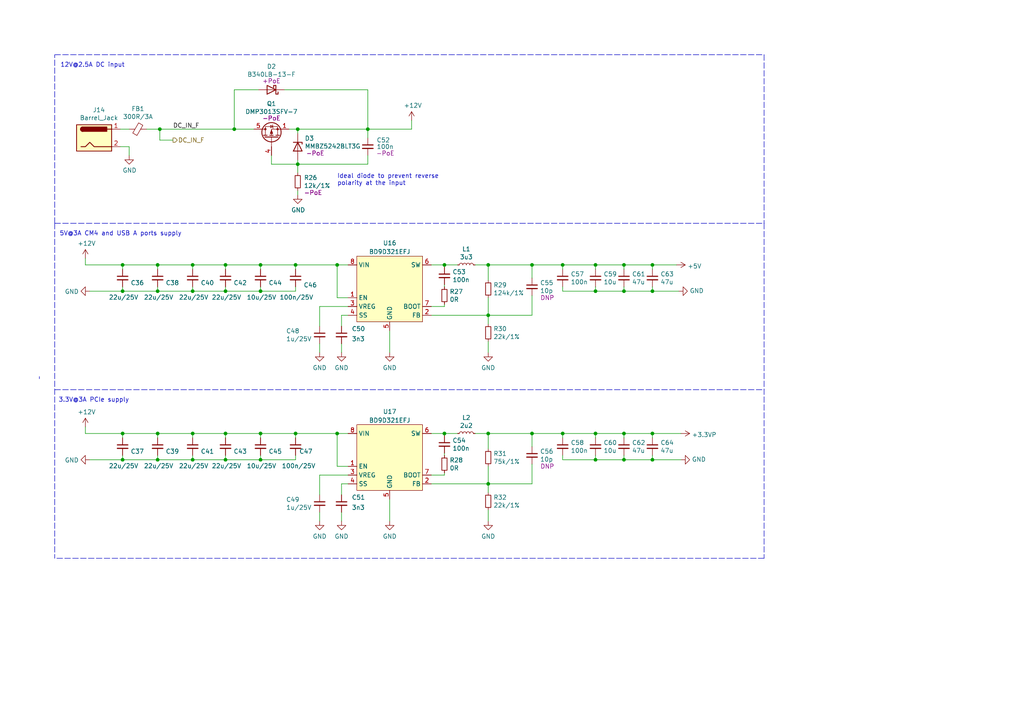
<source format=kicad_sch>
(kicad_sch (version 20210406) (generator eeschema)
  (paper "A4")
  (title_block (title "Power") (date "2021-01-12") (rev "0.1") (company "Nabu Casa") (comment 1 "www.nabucasa.com") (comment 2 "Light Blue"))
  (lib_symbols
    (symbol "Connector:Barrel_Jack" (pin_names (offset 1.016))
      (property "Reference" "J" (at 0 5.334 0))
      (property "Value" "Barrel_Jack" (at 0 -5.08 0))
      (symbol "Barrel_Jack_0_1"
        (arc (start -3.302 3.175) (end -3.302 1.905) (radius (at -3.302 2.54) (length 0.635) (angles 90.1 -90.1)) (stroke (width 0.254)))
        (arc (start -3.302 3.175) (end -3.302 1.905) (radius (at -3.302 2.54) (length 0.635) (angles 90.1 -90.1)) (stroke (width 0.254)) (fill (type outline)))
        (rectangle (start 3.683 3.175) (end -3.302 1.905) (stroke (width 0.254)) (fill (type outline)))
        (rectangle (start -5.08 3.81) (end 5.08 -3.81) (stroke (width 0.254)) (fill (type background)))
        (polyline (pts (xy 5.08 2.54) (xy 3.81 2.54)) (stroke (width 0.254)))
        (polyline (pts (xy -3.81 -2.54) (xy -2.54 -2.54) (xy -1.27 -1.27) (xy 0 -2.54) (xy 2.54 -2.54) (xy 5.08 -2.54)) (stroke (width 0.254)))
      )
      (symbol "Barrel_Jack_1_1"
        (pin passive line (at 7.62 2.54 180) (length 2.54) (name "~") (number "1"))
        (pin passive line (at 7.62 -2.54 180) (length 2.54) (name "~") (number "2"))
      )
    )
    (symbol "Device:C_Small" (pin_numbers hide) (pin_names (offset 0.254) hide)
      (property "Reference" "C" (at 0.254 1.778 0))
      (property "Value" "C_Small" (at 0.254 -2.032 0))
      (symbol "C_Small_0_1"
        (polyline (pts (xy -1.524 -0.508) (xy 1.524 -0.508)) (stroke (width 0.3302)))
        (polyline (pts (xy -1.524 0.508) (xy 1.524 0.508)) (stroke (width 0.3048)))
      )
      (symbol "C_Small_1_1"
        (pin passive line (at 0 2.54 270) (length 2.032) (name "~") (number "1"))
        (pin passive line (at 0 -2.54 90) (length 2.032) (name "~") (number "2"))
      )
    )
    (symbol "Device:D_Schottky" (pin_numbers hide) (pin_names (offset 1.016) hide)
      (property "Reference" "D" (at 0 2.54 0))
      (property "Value" "D_Schottky" (at 0 -2.54 0))
      (symbol "D_Schottky_0_1"
        (polyline (pts (xy 1.27 0) (xy -1.27 0)))
        (polyline (pts (xy 1.27 1.27) (xy 1.27 -1.27) (xy -1.27 0) (xy 1.27 1.27)) (stroke (width 0.254)))
        (polyline (pts (xy -1.905 0.635) (xy -1.905 1.27) (xy -1.27 1.27) (xy -1.27 -1.27) (xy -0.635 -1.27) (xy -0.635 -0.635)) (stroke (width 0.254)))
      )
      (symbol "D_Schottky_1_1"
        (pin passive line (at -3.81 0 0) (length 2.54) (name "K") (number "1"))
        (pin passive line (at 3.81 0 180) (length 2.54) (name "A") (number "2"))
      )
    )
    (symbol "Device:Ferrite_Bead_Small" (pin_numbers hide) (pin_names (offset 0))
      (property "Reference" "FB" (at 1.905 1.27 0))
      (property "Value" "Ferrite_Bead_Small" (at 1.905 -1.27 0))
      (symbol "Ferrite_Bead_Small_0_1"
        (polyline (pts (xy 0 -1.27) (xy 0 -0.7874)))
        (polyline (pts (xy 0 0.889) (xy 0 1.2954)))
        (polyline (pts (xy -1.8288 0.2794) (xy -1.1176 1.4986) (xy 1.8288 -0.2032) (xy 1.1176 -1.4224) (xy -1.8288 0.2794)))
      )
      (symbol "Ferrite_Bead_Small_1_1"
        (pin passive line (at 0 2.54 270) (length 1.27) (name "~") (number "1"))
        (pin passive line (at 0 -2.54 90) (length 1.27) (name "~") (number "2"))
      )
    )
    (symbol "Device:L_Small" (pin_numbers hide) (pin_names (offset 0.254) hide)
      (property "Reference" "L" (at 0.762 1.016 0))
      (property "Value" "L_Small" (at 0.762 -1.016 0))
      (symbol "L_Small_0_1"
        (arc (start 0 -2.032) (end 0 -1.016) (radius (at 0 -1.524) (length 0.508) (angles -89.9 89.9)))
        (arc (start 0 -1.016) (end 0 0) (radius (at 0 -0.508) (length 0.508) (angles -89.9 89.9)))
        (arc (start 0 0) (end 0 1.016) (radius (at 0 0.508) (length 0.508) (angles -89.9 89.9)))
        (arc (start 0 1.016) (end 0 2.032) (radius (at 0 1.524) (length 0.508) (angles -89.9 89.9)))
      )
      (symbol "L_Small_1_1"
        (pin passive line (at 0 2.54 270) (length 0.508) (name "~") (number "1"))
        (pin passive line (at 0 -2.54 90) (length 0.508) (name "~") (number "2"))
      )
    )
    (symbol "Device:R_Small" (pin_numbers hide) (pin_names (offset 0.254) hide)
      (property "Reference" "R" (at 0.762 0.508 0))
      (property "Value" "R_Small" (at 0.762 -1.016 0))
      (symbol "R_Small_0_1"
        (rectangle (start -0.762 1.778) (end 0.762 -1.778) (stroke (width 0.2032)))
      )
      (symbol "R_Small_1_1"
        (pin passive line (at 0 2.54 270) (length 0.762) (name "~") (number "1"))
        (pin passive line (at 0 -2.54 90) (length 0.762) (name "~") (number "2"))
      )
    )
    (symbol "Diode:BZX84Cxx" (pin_numbers hide) (pin_names hide)
      (property "Reference" "D" (at 0 2.54 0))
      (property "Value" "BZX84Cxx" (at 0 -2.54 0))
      (symbol "BZX84Cxx_0_1"
        (polyline (pts (xy 1.27 0) (xy -1.27 0)))
        (polyline (pts (xy -1.27 -1.27) (xy -1.27 1.27) (xy -0.762 1.27)) (stroke (width 0.254)))
        (polyline (pts (xy 1.27 -1.27) (xy 1.27 1.27) (xy -1.27 0) (xy 1.27 -1.27)) (stroke (width 0.254)))
      )
      (symbol "BZX84Cxx_1_1"
        (pin passive line (at -3.81 0 0) (length 2.54) (name "K") (number "1"))
        (pin passive line (at 3.81 0 180) (length 2.54) (name "A") (number "2"))
      )
    )
    (symbol "LightBlue:BD9D321EFJ"
      (property "Reference" "U" (at 0 13.335 0))
      (property "Value" "BD9D321EFJ" (at 0 10.795 0))
      (symbol "BD9D321EFJ_0_1"
        (rectangle (start -9.525 9.525) (end 9.525 -9.525) (stroke (width 0.1524)) (fill (type background)))
      )
      (symbol "BD9D321EFJ_1_1"
        (pin input line (at -12.065 -2.54 0) (length 2.54) (name "EN") (number "1"))
        (pin passive line (at 12.065 -7.62 180) (length 2.54) (name "FB") (number "2"))
        (pin power_out line (at -12.065 -5.08 0) (length 2.54) (name "VREG") (number "3"))
        (pin input line (at -12.065 -7.62 0) (length 2.54) (name "SS") (number "4"))
        (pin power_in line (at 0 -12.065 90) (length 2.54) (name "GND") (number "5"))
        (pin power_out line (at 12.065 6.985 180) (length 2.54) (name "SW") (number "6"))
        (pin input line (at 12.065 -5.08 180) (length 2.54) (name "BOOT") (number "7"))
        (pin power_in line (at -12.065 6.985 0) (length 2.54) (name "VIN") (number "8"))
        (pin passive line (at 0 -12.065 90) (length 2.54) hide (name "GND") (number "9"))
      )
    )
    (symbol "LightBlue:BD9D321EFJ_1"
      (property "Reference" "U" (at 0 13.335 0))
      (property "Value" "BD9D321EFJ" (at 0 10.795 0))
      (symbol "BD9D321EFJ_1_0_1"
        (rectangle (start -9.525 9.525) (end 9.525 -9.525) (stroke (width 0.1524)) (fill (type background)))
      )
      (symbol "BD9D321EFJ_1_1_1"
        (pin input line (at -12.065 -2.54 0) (length 2.54) (name "EN") (number "1"))
        (pin passive line (at 12.065 -7.62 180) (length 2.54) (name "FB") (number "2"))
        (pin power_out line (at -12.065 -5.08 0) (length 2.54) (name "VREG") (number "3"))
        (pin input line (at -12.065 -7.62 0) (length 2.54) (name "SS") (number "4"))
        (pin power_in line (at 0 -12.065 90) (length 2.54) (name "GND") (number "5"))
        (pin power_out line (at 12.065 6.985 180) (length 2.54) (name "SW") (number "6"))
        (pin input line (at 12.065 -5.08 180) (length 2.54) (name "BOOT") (number "7"))
        (pin power_in line (at -12.065 6.985 0) (length 2.54) (name "VIN") (number "8"))
        (pin passive line (at 0 -12.065 90) (length 2.54) hide (name "GND") (number "9"))
      )
    )
    (symbol "Transistor_FET:DMP3013SFV" (pin_names hide)
      (property "Reference" "Q" (at 5.08 1.905 0))
      (property "Value" "DMP3013SFV" (at 5.08 0 0))
      (symbol "DMP3013SFV_0_1"
        (circle (center 1.651 0) (radius 2.794) (stroke (width 0.254)))
        (circle (center 2.54 -1.778) (radius 0.254) (fill (type outline)))
        (circle (center 2.54 1.778) (radius 0.254) (fill (type outline)))
        (polyline (pts (xy 0.254 0) (xy -2.54 0)))
        (polyline (pts (xy 0.254 1.905) (xy 0.254 -1.905)) (stroke (width 0.254)))
        (polyline (pts (xy 0.762 -1.27) (xy 0.762 -2.286)) (stroke (width 0.254)))
        (polyline (pts (xy 0.762 0.508) (xy 0.762 -0.508)) (stroke (width 0.254)))
        (polyline (pts (xy 0.762 2.286) (xy 0.762 1.27)) (stroke (width 0.254)))
        (polyline (pts (xy 2.54 2.54) (xy 2.54 1.778)))
        (polyline (pts (xy 2.54 -2.54) (xy 2.54 0) (xy 0.762 0)))
        (polyline (pts (xy 0.762 1.778) (xy 3.302 1.778) (xy 3.302 -1.778) (xy 0.762 -1.778)))
        (polyline (pts (xy 2.794 -0.508) (xy 2.921 -0.381) (xy 3.683 -0.381) (xy 3.81 -0.254)))
        (polyline (pts (xy 3.302 -0.381) (xy 2.921 0.254) (xy 3.683 0.254) (xy 3.302 -0.381)))
        (polyline (pts (xy 2.286 0) (xy 1.27 0.381) (xy 1.27 -0.381) (xy 2.286 0)) (fill (type outline)))
      )
      (symbol "DMP3013SFV_1_1"
        (pin passive line (at 2.54 -5.08 90) (length 2.54) (name "S") (number "1"))
        (pin passive line (at 2.54 -5.08 90) (length 2.54) hide (name "S") (number "2"))
        (pin passive line (at 2.54 -5.08 90) (length 2.54) hide (name "S") (number "3"))
        (pin passive line (at -5.08 0 0) (length 2.54) (name "G") (number "4"))
        (pin passive line (at 2.54 5.08 270) (length 2.54) (name "D") (number "5"))
      )
    )
    (symbol "power:+12V" (power) (pin_names (offset 0))
      (property "Value" "+12V" (at 0 3.556 0))
      (symbol "+12V_0_1"
        (polyline (pts (xy -0.762 1.27) (xy 0 2.54)))
        (polyline (pts (xy 0 0) (xy 0 2.54)))
        (polyline (pts (xy 0 2.54) (xy 0.762 1.27)))
      )
      (symbol "+12V_1_1"
        (pin power_in line (at 0 0 90) (length 0) hide (name "+12V") (number "1"))
      )
    )
    (symbol "power:+3.3VP" (power) (pin_names (offset 0))
      (property "Value" "+3.3VP" (at 0 2.54 0))
      (symbol "+3.3VP_0_0"
        (pin power_in line (at 0 0 90) (length 0) hide (name "+3.3VP") (number "1"))
      )
      (symbol "+3.3VP_0_1"
        (polyline (pts (xy -0.762 1.27) (xy 0 2.54)))
        (polyline (pts (xy 0 0) (xy 0 2.54)))
        (polyline (pts (xy 0 2.54) (xy 0.762 1.27)))
      )
    )
    (symbol "power:+5V" (power) (pin_names (offset 0))
      (property "Value" "+5V" (at 0 3.556 0))
      (symbol "+5V_0_1"
        (polyline (pts (xy -0.762 1.27) (xy 0 2.54)))
        (polyline (pts (xy 0 0) (xy 0 2.54)))
        (polyline (pts (xy 0 2.54) (xy 0.762 1.27)))
      )
      (symbol "+5V_1_1"
        (pin power_in line (at 0 0 90) (length 0) hide (name "+5V") (number "1"))
      )
    )
    (symbol "power:GND" (power) (pin_names (offset 0))
      (property "Value" "GND" (at 0 -3.81 0))
      (symbol "GND_0_1"
        (polyline (pts (xy 0 0) (xy 0 -1.27) (xy 1.27 -1.27) (xy 0 -2.54) (xy -1.27 -1.27) (xy 0 -1.27)))
      )
      (symbol "GND_1_1"
        (pin power_in line (at 0 0 270) (length 0) hide (name "GND") (number "1"))
      )
    )
  )
  (junction (at 35.56 76.835) (diameter 0.9144))
  (junction (at 35.56 84.455) (diameter 0.9144))
  (junction (at 35.56 125.73) (diameter 0.9144))
  (junction (at 35.56 133.35) (diameter 0.9144))
  (junction (at 45.72 76.835) (diameter 0.9144))
  (junction (at 45.72 84.455) (diameter 0.9144))
  (junction (at 45.72 125.73) (diameter 0.9144))
  (junction (at 45.72 133.35) (diameter 0.9144))
  (junction (at 46.355 37.465) (diameter 0.9144))
  (junction (at 55.88 76.835) (diameter 0.9144))
  (junction (at 55.88 84.455) (diameter 0.9144))
  (junction (at 55.88 125.73) (diameter 0.9144))
  (junction (at 55.88 133.35) (diameter 0.9144))
  (junction (at 65.405 76.835) (diameter 0.9144))
  (junction (at 65.405 84.455) (diameter 0.9144))
  (junction (at 65.405 125.73) (diameter 0.9144))
  (junction (at 65.405 133.35) (diameter 0.9144))
  (junction (at 67.945 37.465) (diameter 0.9144))
  (junction (at 75.565 76.835) (diameter 0.9144))
  (junction (at 75.565 84.455) (diameter 0.9144))
  (junction (at 75.565 125.73) (diameter 0.9144))
  (junction (at 75.565 133.35) (diameter 0.9144))
  (junction (at 85.725 76.835) (diameter 0.9144))
  (junction (at 85.725 125.73) (diameter 0.9144))
  (junction (at 86.36 37.465) (diameter 0.9144))
  (junction (at 86.36 47.625) (diameter 0.9144))
  (junction (at 97.79 76.835) (diameter 0.9144))
  (junction (at 97.79 125.73) (diameter 0.9144))
  (junction (at 106.68 37.465) (diameter 0.9144))
  (junction (at 128.905 76.835) (diameter 0.9144))
  (junction (at 128.905 125.73) (diameter 0.9144))
  (junction (at 141.605 76.835) (diameter 0.9144))
  (junction (at 141.605 91.44) (diameter 0.9144))
  (junction (at 141.605 125.73) (diameter 0.9144))
  (junction (at 141.605 140.335) (diameter 0.9144))
  (junction (at 154.305 76.835) (diameter 0.9144))
  (junction (at 154.305 125.73) (diameter 0.9144))
  (junction (at 163.195 76.835) (diameter 0.9144))
  (junction (at 163.195 125.73) (diameter 0.9144))
  (junction (at 172.72 76.835) (diameter 0.9144))
  (junction (at 172.72 84.455) (diameter 0.9144))
  (junction (at 172.72 125.73) (diameter 0.9144))
  (junction (at 172.72 133.35) (diameter 0.9144))
  (junction (at 180.975 76.835) (diameter 0.9144))
  (junction (at 180.975 84.455) (diameter 0.9144))
  (junction (at 180.975 125.73) (diameter 0.9144))
  (junction (at 180.975 133.35) (diameter 0.9144))
  (junction (at 189.23 76.835) (diameter 0.9144))
  (junction (at 189.23 84.455) (diameter 0.9144))
  (junction (at 189.23 125.73) (diameter 0.9144))
  (junction (at 189.23 133.35) (diameter 0.9144))
  (wire (pts (xy 24.765 74.93) (xy 24.765 76.835)))
  (wire (pts (xy 24.765 76.835) (xy 35.56 76.835)))
  (wire (pts (xy 24.765 123.825) (xy 24.765 125.73)))
  (wire (pts (xy 24.765 125.73) (xy 35.56 125.73)))
  (wire (pts (xy 26.035 84.455) (xy 35.56 84.455)))
  (wire (pts (xy 26.035 133.35) (xy 35.56 133.35)))
  (wire (pts (xy 34.925 37.465) (xy 37.465 37.465)))
  (wire (pts (xy 34.925 42.545) (xy 37.465 42.545)))
  (wire (pts (xy 35.56 76.835) (xy 35.56 78.105)))
  (wire (pts (xy 35.56 76.835) (xy 45.72 76.835)))
  (wire (pts (xy 35.56 83.185) (xy 35.56 84.455)))
  (wire (pts (xy 35.56 84.455) (xy 45.72 84.455)))
  (wire (pts (xy 35.56 125.73) (xy 35.56 127)))
  (wire (pts (xy 35.56 125.73) (xy 45.72 125.73)))
  (wire (pts (xy 35.56 132.08) (xy 35.56 133.35)))
  (wire (pts (xy 35.56 133.35) (xy 45.72 133.35)))
  (wire (pts (xy 37.465 42.545) (xy 37.465 45.085)))
  (wire (pts (xy 42.545 37.465) (xy 46.355 37.465)))
  (wire (pts (xy 45.72 76.835) (xy 45.72 78.105)))
  (wire (pts (xy 45.72 76.835) (xy 55.88 76.835)))
  (wire (pts (xy 45.72 83.185) (xy 45.72 84.455)))
  (wire (pts (xy 45.72 84.455) (xy 55.88 84.455)))
  (wire (pts (xy 45.72 125.73) (xy 45.72 127)))
  (wire (pts (xy 45.72 125.73) (xy 55.88 125.73)))
  (wire (pts (xy 45.72 132.08) (xy 45.72 133.35)))
  (wire (pts (xy 45.72 133.35) (xy 55.88 133.35)))
  (wire (pts (xy 46.355 37.465) (xy 67.945 37.465)))
  (wire (pts (xy 46.355 40.64) (xy 46.355 37.465)))
  (wire (pts (xy 50.165 40.64) (xy 46.355 40.64)))
  (wire (pts (xy 55.88 76.835) (xy 55.88 78.105)))
  (wire (pts (xy 55.88 76.835) (xy 65.405 76.835)))
  (wire (pts (xy 55.88 83.185) (xy 55.88 84.455)))
  (wire (pts (xy 55.88 84.455) (xy 65.405 84.455)))
  (wire (pts (xy 55.88 125.73) (xy 55.88 127)))
  (wire (pts (xy 55.88 125.73) (xy 65.405 125.73)))
  (wire (pts (xy 55.88 132.08) (xy 55.88 133.35)))
  (wire (pts (xy 55.88 133.35) (xy 65.405 133.35)))
  (wire (pts (xy 65.405 76.835) (xy 65.405 78.105)))
  (wire (pts (xy 65.405 76.835) (xy 75.565 76.835)))
  (wire (pts (xy 65.405 84.455) (xy 65.405 83.185)))
  (wire (pts (xy 65.405 84.455) (xy 75.565 84.455)))
  (wire (pts (xy 65.405 125.73) (xy 65.405 127)))
  (wire (pts (xy 65.405 125.73) (xy 75.565 125.73)))
  (wire (pts (xy 65.405 132.08) (xy 65.405 133.35)))
  (wire (pts (xy 65.405 133.35) (xy 75.565 133.35)))
  (wire (pts (xy 67.945 26.035) (xy 74.93 26.035)))
  (wire (pts (xy 67.945 37.465) (xy 67.945 26.035)))
  (wire (pts (xy 67.945 37.465) (xy 73.66 37.465)))
  (wire (pts (xy 75.565 76.835) (xy 75.565 78.105)))
  (wire (pts (xy 75.565 76.835) (xy 85.725 76.835)))
  (wire (pts (xy 75.565 83.185) (xy 75.565 84.455)))
  (wire (pts (xy 75.565 84.455) (xy 85.725 84.455)))
  (wire (pts (xy 75.565 125.73) (xy 75.565 127)))
  (wire (pts (xy 75.565 125.73) (xy 85.725 125.73)))
  (wire (pts (xy 75.565 132.08) (xy 75.565 133.35)))
  (wire (pts (xy 75.565 133.35) (xy 85.725 133.35)))
  (wire (pts (xy 78.74 45.085) (xy 78.74 47.625)))
  (wire (pts (xy 78.74 47.625) (xy 86.36 47.625)))
  (wire (pts (xy 82.55 26.035) (xy 106.68 26.035)))
  (wire (pts (xy 83.82 37.465) (xy 86.36 37.465)))
  (wire (pts (xy 85.725 76.835) (xy 85.725 78.105)))
  (wire (pts (xy 85.725 76.835) (xy 97.79 76.835)))
  (wire (pts (xy 85.725 84.455) (xy 85.725 83.185)))
  (wire (pts (xy 85.725 125.73) (xy 85.725 127)))
  (wire (pts (xy 85.725 125.73) (xy 97.79 125.73)))
  (wire (pts (xy 85.725 132.08) (xy 85.725 133.35)))
  (wire (pts (xy 86.36 37.465) (xy 86.36 38.735)))
  (wire (pts (xy 86.36 37.465) (xy 106.68 37.465)))
  (wire (pts (xy 86.36 46.355) (xy 86.36 47.625)))
  (wire (pts (xy 86.36 47.625) (xy 86.36 50.165)))
  (wire (pts (xy 86.36 47.625) (xy 106.68 47.625)))
  (wire (pts (xy 86.36 55.245) (xy 86.36 56.515)))
  (wire (pts (xy 92.71 88.9) (xy 92.71 94.615)))
  (wire (pts (xy 92.71 99.695) (xy 92.71 102.235)))
  (wire (pts (xy 92.71 137.795) (xy 92.71 143.51)))
  (wire (pts (xy 92.71 148.59) (xy 92.71 151.13)))
  (wire (pts (xy 97.79 76.835) (xy 100.965 76.835)))
  (wire (pts (xy 97.79 86.36) (xy 97.79 76.835)))
  (wire (pts (xy 97.79 125.73) (xy 97.79 135.255)))
  (wire (pts (xy 97.79 125.73) (xy 100.965 125.73)))
  (wire (pts (xy 97.79 135.255) (xy 100.965 135.255)))
  (wire (pts (xy 99.06 91.44) (xy 99.06 94.615)))
  (wire (pts (xy 99.06 91.44) (xy 100.965 91.44)))
  (wire (pts (xy 99.06 99.695) (xy 99.06 102.235)))
  (wire (pts (xy 99.06 140.335) (xy 99.06 143.51)))
  (wire (pts (xy 99.06 140.335) (xy 100.965 140.335)))
  (wire (pts (xy 99.06 148.59) (xy 99.06 151.13)))
  (wire (pts (xy 100.965 86.36) (xy 97.79 86.36)))
  (wire (pts (xy 100.965 88.9) (xy 92.71 88.9)))
  (wire (pts (xy 100.965 137.795) (xy 92.71 137.795)))
  (wire (pts (xy 106.68 26.035) (xy 106.68 37.465)))
  (wire (pts (xy 106.68 37.465) (xy 106.68 40.005)))
  (wire (pts (xy 106.68 45.085) (xy 106.68 47.625)))
  (wire (pts (xy 113.03 95.885) (xy 113.03 102.235)))
  (wire (pts (xy 113.03 144.78) (xy 113.03 151.13)))
  (wire (pts (xy 119.38 34.925) (xy 119.38 37.465)))
  (wire (pts (xy 119.38 37.465) (xy 106.68 37.465)))
  (wire (pts (xy 125.095 76.835) (xy 128.905 76.835)))
  (wire (pts (xy 125.095 88.9) (xy 128.905 88.9)))
  (wire (pts (xy 125.095 91.44) (xy 141.605 91.44)))
  (wire (pts (xy 125.095 125.73) (xy 128.905 125.73)))
  (wire (pts (xy 125.095 137.795) (xy 128.905 137.795)))
  (wire (pts (xy 125.095 140.335) (xy 141.605 140.335)))
  (wire (pts (xy 128.905 76.835) (xy 128.905 77.47)))
  (wire (pts (xy 128.905 76.835) (xy 132.715 76.835)))
  (wire (pts (xy 128.905 82.55) (xy 128.905 83.185)))
  (wire (pts (xy 128.905 88.265) (xy 128.905 88.9)))
  (wire (pts (xy 128.905 125.73) (xy 128.905 126.365)))
  (wire (pts (xy 128.905 125.73) (xy 132.715 125.73)))
  (wire (pts (xy 128.905 131.445) (xy 128.905 132.08)))
  (wire (pts (xy 128.905 137.16) (xy 128.905 137.795)))
  (wire (pts (xy 137.795 76.835) (xy 141.605 76.835)))
  (wire (pts (xy 137.795 125.73) (xy 141.605 125.73)))
  (wire (pts (xy 141.605 76.835) (xy 141.605 81.28)))
  (wire (pts (xy 141.605 76.835) (xy 154.305 76.835)))
  (wire (pts (xy 141.605 86.36) (xy 141.605 91.44)))
  (wire (pts (xy 141.605 91.44) (xy 141.605 93.98)))
  (wire (pts (xy 141.605 91.44) (xy 154.305 91.44)))
  (wire (pts (xy 141.605 99.06) (xy 141.605 102.235)))
  (wire (pts (xy 141.605 125.73) (xy 141.605 130.175)))
  (wire (pts (xy 141.605 125.73) (xy 154.305 125.73)))
  (wire (pts (xy 141.605 135.255) (xy 141.605 140.335)))
  (wire (pts (xy 141.605 140.335) (xy 141.605 142.875)))
  (wire (pts (xy 141.605 140.335) (xy 154.305 140.335)))
  (wire (pts (xy 141.605 147.955) (xy 141.605 151.13)))
  (wire (pts (xy 154.305 76.835) (xy 154.305 80.645)))
  (wire (pts (xy 154.305 76.835) (xy 163.195 76.835)))
  (wire (pts (xy 154.305 85.725) (xy 154.305 91.44)))
  (wire (pts (xy 154.305 125.73) (xy 154.305 129.54)))
  (wire (pts (xy 154.305 125.73) (xy 163.195 125.73)))
  (wire (pts (xy 154.305 134.62) (xy 154.305 140.335)))
  (wire (pts (xy 163.195 76.835) (xy 163.195 78.105)))
  (wire (pts (xy 163.195 76.835) (xy 172.72 76.835)))
  (wire (pts (xy 163.195 83.185) (xy 163.195 84.455)))
  (wire (pts (xy 163.195 84.455) (xy 172.72 84.455)))
  (wire (pts (xy 163.195 125.73) (xy 163.195 127)))
  (wire (pts (xy 163.195 125.73) (xy 172.72 125.73)))
  (wire (pts (xy 163.195 132.08) (xy 163.195 133.35)))
  (wire (pts (xy 163.195 133.35) (xy 172.72 133.35)))
  (wire (pts (xy 172.72 76.835) (xy 172.72 78.105)))
  (wire (pts (xy 172.72 76.835) (xy 180.975 76.835)))
  (wire (pts (xy 172.72 83.185) (xy 172.72 84.455)))
  (wire (pts (xy 172.72 84.455) (xy 180.975 84.455)))
  (wire (pts (xy 172.72 125.73) (xy 172.72 127)))
  (wire (pts (xy 172.72 125.73) (xy 180.975 125.73)))
  (wire (pts (xy 172.72 132.08) (xy 172.72 133.35)))
  (wire (pts (xy 172.72 133.35) (xy 180.975 133.35)))
  (wire (pts (xy 180.975 76.835) (xy 180.975 78.105)))
  (wire (pts (xy 180.975 76.835) (xy 189.23 76.835)))
  (wire (pts (xy 180.975 83.185) (xy 180.975 84.455)))
  (wire (pts (xy 180.975 84.455) (xy 189.23 84.455)))
  (wire (pts (xy 180.975 125.73) (xy 180.975 127)))
  (wire (pts (xy 180.975 125.73) (xy 189.23 125.73)))
  (wire (pts (xy 180.975 132.08) (xy 180.975 133.35)))
  (wire (pts (xy 180.975 133.35) (xy 189.23 133.35)))
  (wire (pts (xy 189.23 76.835) (xy 189.23 78.105)))
  (wire (pts (xy 189.23 76.835) (xy 196.215 76.835)))
  (wire (pts (xy 189.23 83.185) (xy 189.23 84.455)))
  (wire (pts (xy 189.23 84.455) (xy 196.85 84.455)))
  (wire (pts (xy 189.23 125.73) (xy 189.23 127)))
  (wire (pts (xy 189.23 125.73) (xy 197.485 125.73)))
  (wire (pts (xy 189.23 132.08) (xy 189.23 133.35)))
  (wire (pts (xy 189.23 133.35) (xy 197.485 133.35)))
  (polyline (pts (xy 11.43 109.22) (xy 11.43 109.855)) (stroke (width 0) (type dash)))
  (polyline (pts (xy 15.875 15.875) (xy 221.615 15.875)) (stroke (width 0) (type dash)))
  (polyline (pts (xy 15.875 64.77) (xy 15.875 15.875)) (stroke (width 0) (type dash)))
  (polyline (pts (xy 15.875 64.77) (xy 15.875 161.925)) (stroke (width 0) (type dash)))
  (polyline (pts (xy 15.875 64.77) (xy 221.615 64.77)) (stroke (width 0) (type dash)))
  (polyline (pts (xy 15.875 113.03) (xy 221.615 113.03)) (stroke (width 0) (type dash)))
  (polyline (pts (xy 221.615 15.875) (xy 221.615 64.77)) (stroke (width 0) (type dash)))
  (polyline (pts (xy 221.615 64.77) (xy 221.615 161.925)) (stroke (width 0) (type dash)))
  (polyline (pts (xy 221.615 161.925) (xy 15.875 161.925)) (stroke (width 0) (type dash)))
  (text "12V@2.5A DC input" (at 36.195 19.685 180) (effects (font (size 1.27 1.27)) (justify right bottom)))
  (text "3.3V@3A PCIe supply" (at 37.465 116.84 180) (effects (font (size 1.27 1.27)) (justify right bottom)))
  (text "5V@3A CM4 and USB A ports supply" (at 52.705 68.58 180) (effects (font (size 1.27 1.27)) (justify right bottom)))
  (text "Ideal diode to prevent reverse\npolarity at the input" (at 97.79 53.975 0) (effects (font (size 1.27 1.27)) (justify left bottom)))
  (label "DC_IN_F" (at 50.165 37.465 0))
  (hierarchical_label "DC_IN_F" (shape output) (at 50.165 40.64 0))
  (symbol (lib_id "power:+12V") (at 24.765 74.93 0) (unit 1)
    (property "Reference" "#PWR095" (effects hide))
    (property "Value" "+12V" (at 25.1333 70.6056 0))
  )
  (symbol (lib_id "power:+12V") (at 24.765 123.825 0) (unit 1)
    (property "Reference" "#PWR096" (effects hide))
    (property "Value" "+12V" (at 25.1333 119.5006 0))
  )
  (symbol (lib_id "power:+12V") (at 119.38 34.925 0) (unit 1)
    (property "Reference" "#PWR0107" (effects hide))
    (property "Value" "+12V" (at 119.7483 30.6006 0))
  )
  (symbol (lib_id "power:+5V") (at 196.215 76.835 270) (unit 1)
    (property "Reference" "#PWR0110" (effects hide))
    (property "Value" "+5V" (at 199.3901 77.2033 90) (effects (justify left)))
  )
  (symbol (lib_id "power:+3.3VP") (at 197.485 125.73 270) (unit 1)
    (property "Reference" "#PWR0112" (effects hide))
    (property "Value" "+3.3VP" (at 200.6601 126.0983 90) (effects (justify left)))
  )
  (symbol (lib_id "Device:L_Small") (at 135.255 76.835 90) (unit 1)
    (property "Reference" "L1" (at 135.255 72.2438 90))
    (property "Value" "3u3" (at 135.255 74.543 90))
    (property "Footprint" "Inductor_SMD:L_Taiyo-Yuden_NR-80xx" (effects hide))
    (property "Manufacturer" "Taiyo Yuden" (effects hide))
    (property "PartNumber" "NRS8030T3R3MJGJ" (effects hide))
  )
  (symbol (lib_id "Device:L_Small") (at 135.255 125.73 90) (unit 1)
    (property "Reference" "L2" (at 135.255 121.1388 90))
    (property "Value" "2u2" (at 135.255 123.438 90))
    (property "Footprint" "Inductor_SMD:L_Taiyo-Yuden_NR-50xx" (effects hide))
    (property "Manufacturer" "Taiyo Yuden" (effects hide))
    (property "PartNumber" "‎NRS5040T2R2NMGJ‎" (effects hide))
  )
  (symbol (lib_id "power:GND") (at 26.035 84.455 270) (unit 1)
    (property "Reference" "#PWR097" (effects hide))
    (property "Value" "GND" (at 22.86 84.5693 90) (effects (justify right)))
  )
  (symbol (lib_id "power:GND") (at 26.035 133.35 270) (unit 1)
    (property "Reference" "#PWR098" (effects hide))
    (property "Value" "GND" (at 22.86 133.4643 90) (effects (justify right)))
  )
  (symbol (lib_id "power:GND") (at 37.465 45.085 0) (unit 1)
    (property "Reference" "#PWR099" (effects hide))
    (property "Value" "GND" (at 37.5793 49.4094 0))
  )
  (symbol (lib_id "power:GND") (at 86.36 56.515 0) (unit 1)
    (property "Reference" "#PWR0100" (effects hide))
    (property "Value" "GND" (at 86.487 60.9092 0))
  )
  (symbol (lib_id "power:GND") (at 92.71 102.235 0) (unit 1)
    (property "Reference" "#PWR0101" (effects hide))
    (property "Value" "GND" (at 92.71 106.68 0))
  )
  (symbol (lib_id "power:GND") (at 92.71 151.13 0) (unit 1)
    (property "Reference" "#PWR0102" (effects hide))
    (property "Value" "GND" (at 92.71 155.575 0))
  )
  (symbol (lib_id "power:GND") (at 99.06 102.235 0) (unit 1)
    (property "Reference" "#PWR0103" (effects hide))
    (property "Value" "GND" (at 99.06 106.68 0))
  )
  (symbol (lib_id "power:GND") (at 99.06 151.13 0) (unit 1)
    (property "Reference" "#PWR0104" (effects hide))
    (property "Value" "GND" (at 99.06 155.575 0))
  )
  (symbol (lib_id "power:GND") (at 113.03 102.235 0) (unit 1)
    (property "Reference" "#PWR0105" (effects hide))
    (property "Value" "GND" (at 113.03 106.68 0))
  )
  (symbol (lib_id "power:GND") (at 113.03 151.13 0) (unit 1)
    (property "Reference" "#PWR0106" (effects hide))
    (property "Value" "GND" (at 113.03 155.575 0))
  )
  (symbol (lib_id "power:GND") (at 141.605 102.235 0) (unit 1)
    (property "Reference" "#PWR0108" (effects hide))
    (property "Value" "GND" (at 141.605 106.68 0))
  )
  (symbol (lib_id "power:GND") (at 141.605 151.13 0) (unit 1)
    (property "Reference" "#PWR0109" (effects hide))
    (property "Value" "GND" (at 141.605 155.575 0))
  )
  (symbol (lib_id "power:GND") (at 196.85 84.455 90) (unit 1)
    (property "Reference" "#PWR0111" (effects hide))
    (property "Value" "GND" (at 200.0251 84.3407 90) (effects (justify right)))
  )
  (symbol (lib_id "power:GND") (at 197.485 133.35 90) (unit 1)
    (property "Reference" "#PWR0113" (effects hide))
    (property "Value" "GND" (at 200.6601 133.2357 90) (effects (justify right)))
  )
  (symbol (lib_id "Device:R_Small") (at 86.36 52.705 0) (unit 1)
    (property "Reference" "R26" (at 88.138 51.5366 0) (effects (justify left)))
    (property "Value" "12k/1%" (at 88.138 53.848 0) (effects (justify left)))
    (property "Footprint" "Resistor_SMD:R_0402_1005Metric" (effects hide))
    (property "Config" "-PoE" (at 90.805 55.88 0))
  )
  (symbol (lib_id "Device:R_Small") (at 128.905 85.725 180) (unit 1)
    (property "Reference" "R27" (at 130.4037 84.5756 0) (effects (justify right)))
    (property "Value" "0R" (at 130.404 86.874 0) (effects (justify right)))
    (property "Footprint" "Resistor_SMD:R_0402_1005Metric" (effects hide))
  )
  (symbol (lib_id "Device:R_Small") (at 128.905 134.62 180) (unit 1)
    (property "Reference" "R28" (at 130.4037 133.4706 0) (effects (justify right)))
    (property "Value" "0R" (at 130.404 135.769 0) (effects (justify right)))
    (property "Footprint" "Resistor_SMD:R_0402_1005Metric" (effects hide))
  )
  (symbol (lib_id "Device:R_Small") (at 141.605 83.82 180) (unit 1)
    (property "Reference" "R29" (at 143.1037 82.6706 0) (effects (justify right)))
    (property "Value" "124k/1%" (at 143.104 84.969 0) (effects (justify right)))
    (property "Footprint" "Resistor_SMD:R_0402_1005Metric" (effects hide))
  )
  (symbol (lib_id "Device:R_Small") (at 141.605 96.52 180) (unit 1)
    (property "Reference" "R30" (at 143.1037 95.3706 0) (effects (justify right)))
    (property "Value" "22k/1%" (at 143.104 97.669 0) (effects (justify right)))
    (property "Footprint" "Resistor_SMD:R_0402_1005Metric" (effects hide))
  )
  (symbol (lib_id "Device:R_Small") (at 141.605 132.715 180) (unit 1)
    (property "Reference" "R31" (at 143.1037 131.5656 0) (effects (justify right)))
    (property "Value" "75k/1%" (at 143.104 133.864 0) (effects (justify right)))
    (property "Footprint" "Resistor_SMD:R_0402_1005Metric" (effects hide))
  )
  (symbol (lib_id "Device:R_Small") (at 141.605 145.415 180) (unit 1)
    (property "Reference" "R32" (at 143.1037 144.2656 0) (effects (justify right)))
    (property "Value" "22k/1%" (at 143.104 146.564 0) (effects (justify right)))
    (property "Footprint" "Resistor_SMD:R_0402_1005Metric" (effects hide))
  )
  (symbol (lib_id "Device:C_Small") (at 35.56 80.645 0) (unit 1)
    (property "Reference" "C36" (at 37.8842 82.0356 0) (effects (justify left)))
    (property "Value" "22u/25V" (at 31.534 86.239 0) (effects (justify left)))
    (property "Footprint" "Capacitor_SMD:C_0805_2012Metric" (effects hide))
  )
  (symbol (lib_id "Device:C_Small") (at 35.56 129.54 0) (unit 1)
    (property "Reference" "C37" (at 37.8842 130.9306 0) (effects (justify left)))
    (property "Value" "22u/25V" (at 31.534 135.134 0) (effects (justify left)))
    (property "Footprint" "Capacitor_SMD:C_0805_2012Metric" (effects hide))
  )
  (symbol (lib_id "Device:C_Small") (at 45.72 80.645 0) (unit 1)
    (property "Reference" "C38" (at 48.0442 82.0356 0) (effects (justify left)))
    (property "Value" "22u/25V" (at 41.694 86.239 0) (effects (justify left)))
    (property "Footprint" "Capacitor_SMD:C_0805_2012Metric" (effects hide))
  )
  (symbol (lib_id "Device:C_Small") (at 45.72 129.54 0) (unit 1)
    (property "Reference" "C39" (at 48.0442 130.9306 0) (effects (justify left)))
    (property "Value" "22u/25V" (at 41.694 135.134 0) (effects (justify left)))
    (property "Footprint" "Capacitor_SMD:C_0805_2012Metric" (effects hide))
  )
  (symbol (lib_id "Device:C_Small") (at 55.88 80.645 0) (unit 1)
    (property "Reference" "C40" (at 58.2042 82.0356 0) (effects (justify left)))
    (property "Value" "22u/25V" (at 51.854 86.239 0) (effects (justify left)))
    (property "Footprint" "Capacitor_SMD:C_0805_2012Metric" (effects hide))
  )
  (symbol (lib_id "Device:C_Small") (at 55.88 129.54 0) (unit 1)
    (property "Reference" "C41" (at 58.2042 130.9306 0) (effects (justify left)))
    (property "Value" "22u/25V" (at 51.854 135.134 0) (effects (justify left)))
    (property "Footprint" "Capacitor_SMD:C_0805_2012Metric" (effects hide))
  )
  (symbol (lib_id "Device:C_Small") (at 65.405 80.645 0) (unit 1)
    (property "Reference" "C42" (at 67.7292 82.0356 0) (effects (justify left)))
    (property "Value" "22u/25V" (at 61.379 86.239 0) (effects (justify left)))
    (property "Footprint" "Capacitor_SMD:C_0805_2012Metric" (effects hide))
  )
  (symbol (lib_id "Device:C_Small") (at 65.405 129.54 0) (unit 1)
    (property "Reference" "C43" (at 67.7292 130.9306 0) (effects (justify left)))
    (property "Value" "22u/25V" (at 61.379 135.134 0) (effects (justify left)))
    (property "Footprint" "Capacitor_SMD:C_0805_2012Metric" (effects hide))
  )
  (symbol (lib_id "Device:C_Small") (at 75.565 80.645 0) (unit 1)
    (property "Reference" "C44" (at 77.8892 82.0356 0) (effects (justify left)))
    (property "Value" "10u/25V" (at 71.539 86.239 0) (effects (justify left)))
    (property "Footprint" "Capacitor_SMD:C_0805_2012Metric" (effects hide))
  )
  (symbol (lib_id "Device:C_Small") (at 75.565 129.54 0) (unit 1)
    (property "Reference" "C45" (at 77.8892 130.9306 0) (effects (justify left)))
    (property "Value" "10u/25V" (at 71.539 135.134 0) (effects (justify left)))
    (property "Footprint" "Capacitor_SMD:C_0805_2012Metric" (effects hide))
  )
  (symbol (lib_id "Device:C_Small") (at 85.725 80.645 0) (unit 1)
    (property "Reference" "C46" (at 88.0492 82.6706 0) (effects (justify left)))
    (property "Value" "100n/25V" (at 81.064 86.239 0) (effects (justify left)))
    (property "Footprint" "Capacitor_SMD:C_0402_1005Metric" (effects hide))
  )
  (symbol (lib_id "Device:C_Small") (at 85.725 129.54 0) (unit 1)
    (property "Reference" "C47" (at 86.7792 130.9306 0) (effects (justify left)))
    (property "Value" "100n/25V" (at 81.699 135.134 0) (effects (justify left)))
    (property "Footprint" "Capacitor_SMD:C_0402_1005Metric" (effects hide))
  )
  (symbol (lib_id "Device:C_Small") (at 92.71 97.155 0) (unit 1)
    (property "Reference" "C48" (at 82.9692 96.0056 0) (effects (justify left)))
    (property "Value" "1u/25V" (at 82.969 98.304 0) (effects (justify left)))
    (property "Footprint" "Capacitor_SMD:C_0402_1005Metric" (effects hide))
  )
  (symbol (lib_id "Device:C_Small") (at 92.71 146.05 0) (unit 1)
    (property "Reference" "C49" (at 82.9692 144.9006 0) (effects (justify left)))
    (property "Value" "1u/25V" (at 82.969 147.199 0) (effects (justify left)))
    (property "Footprint" "Capacitor_SMD:C_0402_1005Metric" (effects hide))
  )
  (symbol (lib_id "Device:C_Small") (at 99.06 97.155 0) (unit 1)
    (property "Reference" "C50" (at 102.0192 95.3706 0) (effects (justify left)))
    (property "Value" "3n3" (at 102.019 98.304 0) (effects (justify left)))
    (property "Footprint" "Capacitor_SMD:C_0402_1005Metric" (effects hide))
  )
  (symbol (lib_id "Device:C_Small") (at 99.06 146.05 0) (unit 1)
    (property "Reference" "C51" (at 102.0192 144.2656 0) (effects (justify left)))
    (property "Value" "3n3" (at 102.019 147.199 0) (effects (justify left)))
    (property "Footprint" "Capacitor_SMD:C_0402_1005Metric" (effects hide))
  )
  (symbol (lib_id "Device:C_Small") (at 106.68 42.545 0) (unit 1)
    (property "Reference" "C52" (at 109.22 40.64 0) (effects (justify left)))
    (property "Value" "100n" (at 109.22 42.545 0) (effects (justify left)))
    (property "Footprint" "Capacitor_SMD:C_0402_1005Metric" (effects hide))
    (property "Config" "-PoE" (at 111.76 44.45 0))
  )
  (symbol (lib_id "Device:C_Small") (at 128.905 80.01 0) (unit 1)
    (property "Reference" "C53" (at 131.2292 78.8606 0) (effects (justify left)))
    (property "Value" "100n" (at 131.229 81.159 0) (effects (justify left)))
    (property "Footprint" "Capacitor_SMD:C_0402_1005Metric" (effects hide))
  )
  (symbol (lib_id "Device:C_Small") (at 128.905 128.905 0) (unit 1)
    (property "Reference" "C54" (at 131.2292 127.7556 0) (effects (justify left)))
    (property "Value" "100n" (at 131.229 130.054 0) (effects (justify left)))
    (property "Footprint" "Capacitor_SMD:C_0402_1005Metric" (effects hide))
  )
  (symbol (lib_id "Device:C_Small") (at 154.305 83.185 0) (unit 1)
    (property "Reference" "C55" (at 156.6292 82.0356 0) (effects (justify left)))
    (property "Value" "10p" (at 156.629 84.334 0) (effects (justify left)))
    (property "Footprint" "Capacitor_SMD:C_0402_1005Metric" (effects hide))
    (property "Config" "DNP" (at 158.75 86.36 0))
  )
  (symbol (lib_id "Device:C_Small") (at 154.305 132.08 0) (unit 1)
    (property "Reference" "C56" (at 156.6292 130.9306 0) (effects (justify left)))
    (property "Value" "10p" (at 156.629 133.229 0) (effects (justify left)))
    (property "Footprint" "Capacitor_SMD:C_0402_1005Metric" (effects hide))
    (property "Config" "DNP" (at 158.75 135.255 0))
  )
  (symbol (lib_id "Device:C_Small") (at 163.195 80.645 0) (unit 1)
    (property "Reference" "C57" (at 165.5192 79.4956 0) (effects (justify left)))
    (property "Value" "100n" (at 165.519 81.794 0) (effects (justify left)))
    (property "Footprint" "Capacitor_SMD:C_0402_1005Metric" (effects hide))
  )
  (symbol (lib_id "Device:C_Small") (at 163.195 129.54 0) (unit 1)
    (property "Reference" "C58" (at 165.5192 128.3906 0) (effects (justify left)))
    (property "Value" "100n" (at 165.519 130.689 0) (effects (justify left)))
    (property "Footprint" "Capacitor_SMD:C_0402_1005Metric" (effects hide))
  )
  (symbol (lib_id "Device:C_Small") (at 172.72 80.645 0) (unit 1)
    (property "Reference" "C59" (at 175.0442 79.4956 0) (effects (justify left)))
    (property "Value" "10u" (at 175.044 81.794 0) (effects (justify left)))
    (property "Footprint" "Capacitor_SMD:C_0805_2012Metric" (effects hide))
  )
  (symbol (lib_id "Device:C_Small") (at 172.72 129.54 0) (unit 1)
    (property "Reference" "C60" (at 175.0442 128.3906 0) (effects (justify left)))
    (property "Value" "10u" (at 175.044 130.689 0) (effects (justify left)))
    (property "Footprint" "Capacitor_SMD:C_0805_2012Metric" (effects hide))
  )
  (symbol (lib_id "Device:C_Small") (at 180.975 80.645 0) (unit 1)
    (property "Reference" "C61" (at 183.2992 79.4956 0) (effects (justify left)))
    (property "Value" "47u" (at 183.299 81.794 0) (effects (justify left)))
    (property "Footprint" "Capacitor_SMD:C_0805_2012Metric" (effects hide))
  )
  (symbol (lib_id "Device:C_Small") (at 180.975 129.54 0) (unit 1)
    (property "Reference" "C62" (at 183.2992 128.3906 0) (effects (justify left)))
    (property "Value" "47u" (at 183.299 130.689 0) (effects (justify left)))
    (property "Footprint" "Capacitor_SMD:C_0805_2012Metric" (effects hide))
  )
  (symbol (lib_id "Device:C_Small") (at 189.23 80.645 0) (unit 1)
    (property "Reference" "C63" (at 191.5542 79.4956 0) (effects (justify left)))
    (property "Value" "47u" (at 191.554 81.794 0) (effects (justify left)))
    (property "Footprint" "Capacitor_SMD:C_0805_2012Metric" (effects hide))
  )
  (symbol (lib_id "Device:C_Small") (at 189.23 129.54 0) (unit 1)
    (property "Reference" "C64" (at 191.5542 128.3906 0) (effects (justify left)))
    (property "Value" "47u" (at 191.554 130.689 0) (effects (justify left)))
    (property "Footprint" "Capacitor_SMD:C_0805_2012Metric" (effects hide))
  )
  (symbol (lib_id "Device:Ferrite_Bead_Small") (at 40.005 37.465 90) (unit 1)
    (property "Reference" "FB1" (at 40.005 31.553 90))
    (property "Value" "300R/3A" (at 40.005 33.8517 90))
    (property "Footprint" "Resistor_SMD:R_0805_2012Metric" (effects hide))
    (property "Manufacturer" "Würth Elektronik" (effects hide))
    (property "PartNumber" "742792031" (effects hide))
  )
  (symbol (lib_id "Device:D_Schottky") (at 78.74 26.035 180) (unit 1)
    (property "Reference" "D2" (at 78.74 19.285 0))
    (property "Value" "B340LB-13-F" (at 78.74 21.5835 0))
    (property "Footprint" "Diode_SMD:D_SMB" (effects hide))
    (property "Datasheet" "https://www.diodes.com/assets/Datasheets/ds30240.pdf" (effects hide))
    (property "Manufacturer" "Diodes Incorporated" (effects hide))
    (property "PartNumber" "B340LB-13-F" (effects hide))
    (property "Config" "+PoE" (at 78.74 23.495 0))
  )
  (symbol (lib_id "Diode:BZX84Cxx") (at 86.36 42.545 270) (unit 1)
    (property "Reference" "D3" (at 88.392 40.132 90) (effects (justify left)))
    (property "Value" "MMBZ5242BLT3G" (at 88.392 42.418 90) (effects (justify left)))
    (property "Footprint" "Diode_SMD:D_SOT-23_ANK" (effects hide))
    (property "Datasheet" "https://diotec.com/tl_files/diotec/files/pdf/datasheets/bzx84c2v4.pdf" (effects hide))
    (property "Manufacturer" "ON Semiconductor" (effects hide))
    (property "PartNumber" "MMBZ5242BLT3G" (effects hide))
    (property "Config" "-PoE" (at 91.44 44.45 90))
  )
  (symbol (lib_id "Connector:Barrel_Jack") (at 27.305 40.005 0) (unit 1)
    (property "Reference" "J14" (at 28.702 31.8832 0))
    (property "Value" "Barrel_Jack" (at 28.702 34.1819 0))
    (property "Footprint" "Connector_BarrelJack:BarrelJack_Horizontal" (effects hide))
    (property "Manufacturer" "CUI Devices" (effects hide))
    (property "PartNumber" "PJ-002A" (effects hide))
  )
  (symbol (lib_id "Transistor_FET:DMP3013SFV") (at 78.74 40.005 90) (unit 1)
    (property "Reference" "Q1" (at 78.74 30.0736 90))
    (property "Value" "DMP3013SFV-7" (at 78.74 32.385 90))
    (property "Footprint" "Package_SON:Diodes_PowerDI3333-8" (effects hide))
    (property "Datasheet" "https://www.diodes.com/assets/Datasheets/DMP3013SFV.pdf" (effects hide))
    (property "Manufacturer" "Diodes Incorporated" (effects hide))
    (property "PartNumber" "DMP3013SFV-7" (effects hide))
    (property "Config" "-PoE" (at 78.74 34.29 90))
  )
  (symbol (lib_id "LightBlue:BD9D321EFJ") (at 113.03 83.82 0) (unit 1)
    (property "Reference" "U16" (at 113.03 70.485 0))
    (property "Value" "BD9D321EFJ" (at 113.03 73.025 0))
    (property "Footprint" "Package_SO:HTSOP-8-1EP_3.9x4.9mm_P1.27mm_EP2.4x3.2mm_ThermalVias" (effects hide))
    (property "Datasheet" "https://fscdn.rohm.com/en/products/databook/datasheet/ic/power/switching_regulator/bd9d321efj-e.pdf" (effects hide))
    (property "Manufacturer" "Rohm" (effects hide))
    (property "PartNumber" "BD9D321EFJ" (effects hide))
  )
  (symbol (lib_name "LightBlue:BD9D321EFJ_1") (lib_id "LightBlue:BD9D321EFJ") (at 113.03 132.715 0) (unit 1)
    (property "Reference" "U17" (at 113.03 119.38 0))
    (property "Value" "BD9D321EFJ" (at 113.03 121.92 0))
    (property "Footprint" "Package_SO:HTSOP-8-1EP_3.9x4.9mm_P1.27mm_EP2.4x3.2mm_ThermalVias" (effects hide))
    (property "Datasheet" "https://fscdn.rohm.com/en/products/databook/datasheet/ic/power/switching_regulator/bd9d321efj-e.pdf" (effects hide))
    (property "Manufacturer" "Rohm" (effects hide))
    (property "PartNumber" "BD9D321EFJ" (effects hide))
  )
)
</source>
